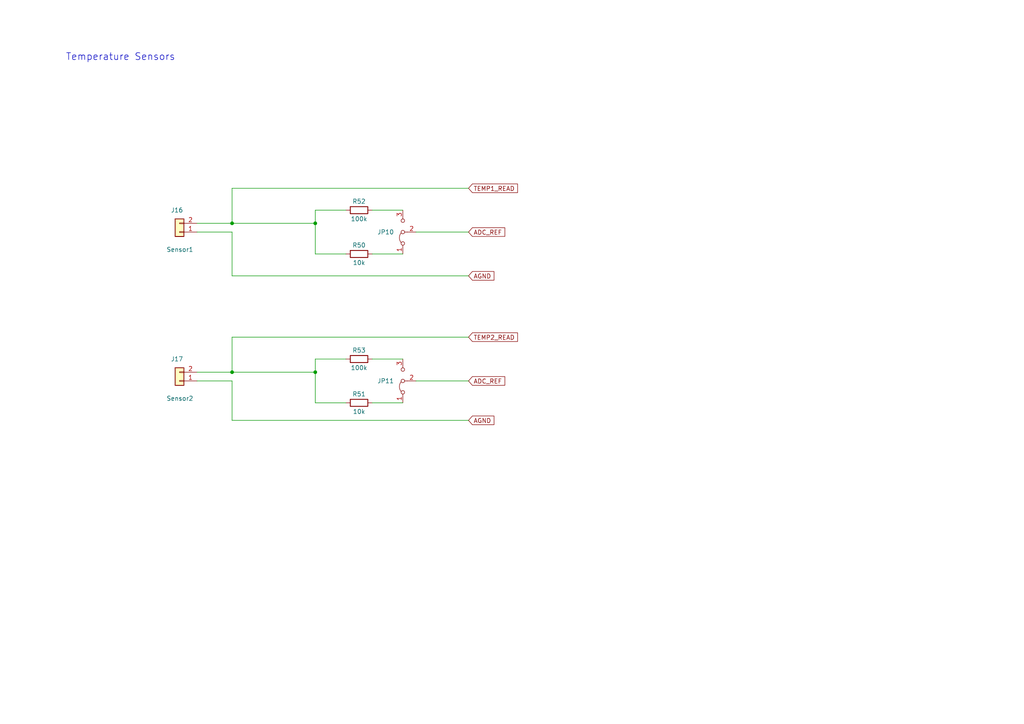
<source format=kicad_sch>
(kicad_sch (version 20211123) (generator eeschema)
  (paper "A4")
  (title_block (title "FanPico-0804 v1.3") (date "2022-08-18") (company "Timo Kokkonen <tjko@iki.fi>") (comment 3 "Fanpico firmware reference PCB."))
  (lib_symbols
    (symbol "Connector_Generic:Conn_01x02" (pin_names (offset 1.016) hide)
      (property "Reference" "J" (at 0 2.54 0))
      (property "Value" "Conn_01x02" (at 0 -5.08 0))
      (symbol "Conn_01x02_1_1"
        (rectangle (start -1.27 -2.413) (end 0 -2.667) (stroke (width 0.1524)))
        (rectangle (start -1.27 0.127) (end 0 -0.127) (stroke (width 0.1524)))
        (rectangle (start -1.27 1.27) (end 1.27 -3.81) (stroke (width 0.254)) (fill (type background)))
        (pin passive line (at -5.08 0 0) (length 3.81) (name "Pin_1") (number "1"))
        (pin passive line (at -5.08 -2.54 0) (length 3.81) (name "Pin_2") (number "2"))
      )
    )
    (symbol "Device:R" (pin_numbers hide) (pin_names (offset 0))
      (property "Reference" "R" (at 2.032 0 90))
      (property "Value" "R" (at 0 0 90))
      (symbol "R_0_1"
        (rectangle (start -1.016 -2.54) (end 1.016 2.54) (stroke (width 0.254)))
      )
      (symbol "R_1_1"
        (pin passive line (at 0 3.81 270) (length 1.27) (name "~") (number "1"))
        (pin passive line (at 0 -3.81 90) (length 1.27) (name "~") (number "2"))
      )
    )
    (symbol "Jumper:Jumper_3_Bridged12" (pin_names (offset 0) hide)
      (property "Reference" "JP" (at -2.54 -2.54 0))
      (property "Value" "Jumper_3_Bridged12" (at 0 2.794 0))
      (symbol "Jumper_3_Bridged12_0_0"
        (circle (center -3.302 0) (radius 0.508))
        (circle (center 0 0) (radius 0.508))
        (circle (center 3.302 0) (radius 0.508))
      )
      (symbol "Jumper_3_Bridged12_0_1"
        (arc (start -0.254 0.508) (mid -1.651 0.9912) (end -3.048 0.508))
        (polyline (pts (xy 0 -1.27) (xy 0 -0.508)))
      )
      (symbol "Jumper_3_Bridged12_1_1"
        (pin passive line (at -6.35 0 0) (length 2.54) (name "A") (number "1"))
        (pin passive line (at 0 -3.81 90) (length 2.54) (name "C") (number "2"))
        (pin passive line (at 6.35 0 180) (length 2.54) (name "B") (number "3"))
      )
    )
  )
  (junction (at 67.31 64.77))
  (junction (at 91.44 64.77))
  (junction (at 91.44 107.95))
  (junction (at 67.31 107.95))
  (wire (pts (xy 67.31 54.61) (xy 135.89 54.61)))
  (wire (pts (xy 135.89 80.01) (xy 67.31 80.01)))
  (wire (pts (xy 57.15 107.95) (xy 67.31 107.95)))
  (wire (pts (xy 120.65 110.49) (xy 135.89 110.49)))
  (wire (pts (xy 107.95 116.84) (xy 116.84 116.84)))
  (wire (pts (xy 67.31 54.61) (xy 67.31 64.77)))
  (wire (pts (xy 91.44 60.96) (xy 91.44 64.77)))
  (wire (pts (xy 67.31 64.77) (xy 91.44 64.77)))
  (wire (pts (xy 100.33 60.96) (xy 91.44 60.96)))
  (wire (pts (xy 91.44 73.66) (xy 100.33 73.66)))
  (wire (pts (xy 57.15 64.77) (xy 67.31 64.77)))
  (wire (pts (xy 67.31 121.92) (xy 67.31 110.49)))
  (wire (pts (xy 67.31 107.95) (xy 91.44 107.95)))
  (wire (pts (xy 67.31 97.79) (xy 135.89 97.79)))
  (wire (pts (xy 67.31 80.01) (xy 67.31 67.31)))
  (wire (pts (xy 107.95 60.96) (xy 116.84 60.96)))
  (wire (pts (xy 91.44 116.84) (xy 91.44 107.95)))
  (wire (pts (xy 67.31 97.79) (xy 67.31 107.95)))
  (wire (pts (xy 107.95 73.66) (xy 116.84 73.66)))
  (wire (pts (xy 67.31 67.31) (xy 57.15 67.31)))
  (wire (pts (xy 57.15 110.49) (xy 67.31 110.49)))
  (wire (pts (xy 107.95 104.14) (xy 116.84 104.14)))
  (wire (pts (xy 120.65 67.31) (xy 135.89 67.31)))
  (wire (pts (xy 91.44 64.77) (xy 91.44 73.66)))
  (wire (pts (xy 91.44 107.95) (xy 91.44 104.14)))
  (wire (pts (xy 91.44 104.14) (xy 100.33 104.14)))
  (wire (pts (xy 100.33 116.84) (xy 91.44 116.84)))
  (wire (pts (xy 135.89 121.92) (xy 67.31 121.92)))
  (text "Temperature Sensors" (at 19.05 17.78 0) (effects (font (size 2 2)) (justify left bottom)))
  (global_label "AGND" (shape input) (at 135.89 121.92 0) (property "Intersheet References" "${INTERSHEET_REFS}" (effects hide)))
  (global_label "ADC_REF" (shape input) (at 135.89 67.31 0) (property "Intersheet References" "${INTERSHEET_REFS}" (effects hide)))
  (global_label "ADC_REF" (shape input) (at 135.89 110.49 0) (property "Intersheet References" "${INTERSHEET_REFS}" (effects hide)))
  (global_label "TEMP1_READ" (shape input) (at 135.89 54.61 0) (property "Intersheet References" "${INTERSHEET_REFS}" (effects hide)))
  (global_label "TEMP2_READ" (shape input) (at 135.89 97.79 0) (property "Intersheet References" "${INTERSHEET_REFS}" (effects hide)))
  (global_label "AGND" (shape input) (at 135.89 80.01 0) (property "Intersheet References" "${INTERSHEET_REFS}" (effects hide)))
  (symbol (lib_id "Connector_Generic:Conn_01x02") (at 52.07 110.49 180) (unit 1)
    (property "Reference" "J17" (at 49.53 104.14 0) (effects (justify right)))
    (property "Value" "Sensor2" (at 48.26 115.57 0) (effects (justify right)))
    (property "Footprint" "Connector_JST:JST_XH_B2B-XH-A_1x02_P2.50mm_Vertical" (effects hide))
  )
  (symbol (lib_id "Jumper:Jumper_3_Bridged12") (at 116.84 110.49 90) (unit 1)
    (property "Reference" "JP11" (at 114.3 110.4899 90) (effects (justify left)))
    (property "Value" "NTC Value" (effects hide))
    (property "Footprint" "Connector_PinHeader_2.54mm:PinHeader_1x03_P2.54mm_Vertical" (effects hide))
  )
  (symbol (lib_id "Jumper:Jumper_3_Bridged12") (at 116.84 67.31 90) (unit 1)
    (property "Reference" "JP10" (at 114.3 67.3099 90) (effects (justify left)))
    (property "Value" "NTC Value" (effects hide))
    (property "Footprint" "Connector_PinHeader_2.54mm:PinHeader_1x03_P2.54mm_Vertical" (effects hide))
  )
  (symbol (lib_id "Device:R") (at 104.14 116.84 90) (unit 1)
    (property "Reference" "R51" (at 104.14 114.3 90))
    (property "Value" "10k" (at 104.14 119.38 90))
    (property "Footprint" "Resistor_SMD:R_0603_1608Metric_Pad0.98x0.95mm_HandSolder" (effects hide))
  )
  (symbol (lib_id "Device:R") (at 104.14 73.66 90) (unit 1)
    (property "Reference" "R50" (at 104.14 71.12 90))
    (property "Value" "10k" (at 104.14 76.2 90))
    (property "Footprint" "Resistor_SMD:R_0603_1608Metric_Pad0.98x0.95mm_HandSolder" (effects hide))
  )
  (symbol (lib_id "Connector_Generic:Conn_01x02") (at 52.07 67.31 180) (unit 1)
    (property "Reference" "J16" (at 49.53 60.96 0) (effects (justify right)))
    (property "Value" "Sensor1" (at 48.26 72.39 0) (effects (justify right)))
    (property "Footprint" "Connector_JST:JST_XH_B2B-XH-A_1x02_P2.50mm_Vertical" (effects hide))
  )
  (symbol (lib_id "Device:R") (at 104.14 104.14 90) (unit 1)
    (property "Reference" "R53" (at 104.14 101.6 90))
    (property "Value" "100k" (at 104.14 106.68 90))
    (property "Footprint" "Resistor_SMD:R_0603_1608Metric_Pad0.98x0.95mm_HandSolder" (effects hide))
  )
  (symbol (lib_id "Device:R") (at 104.14 60.96 90) (unit 1)
    (property "Reference" "R52" (at 104.14 58.42 90))
    (property "Value" "100k" (at 104.14 63.5 90))
    (property "Footprint" "Resistor_SMD:R_0603_1608Metric_Pad0.98x0.95mm_HandSolder" (effects hide))
  )
)
</source>
